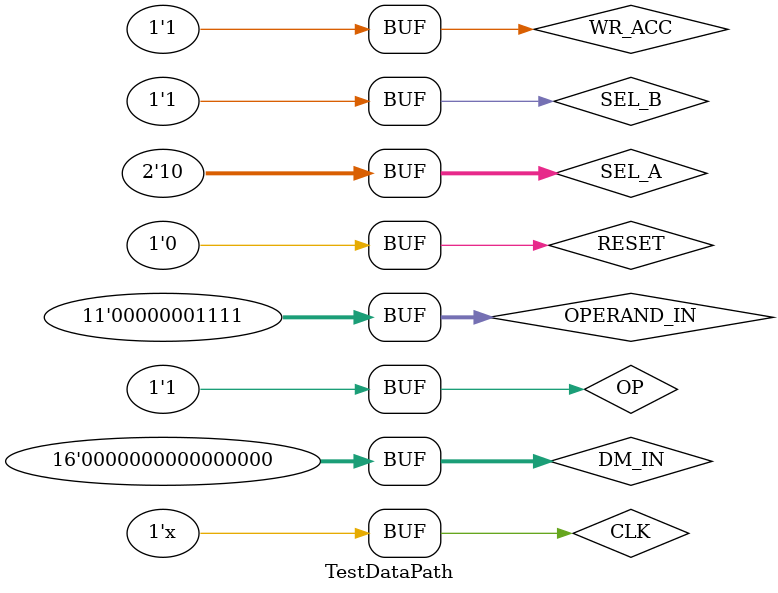
<source format=v>
`timescale 1ns / 1ps


module TestDataPath;

	// Inputs
	reg CLK;
	reg RESET;
	reg [10:0] OPERAND_IN;
	reg [15:0] DM_IN;
	reg [1:0] SEL_A;
	reg SEL_B;
	reg WR_ACC;
	reg OP;

	// Outputs
	wire [15:0] ACC;
	wire [10:0] OPERAND_OUT;

	// Instantiate the Unit Under Test (UUT)
	DataPath uut (
		.CLK(CLK), 
		.RESET(RESET), 
		.OPERAND_IN(OPERAND_IN), 
		.DM_IN(DM_IN), 
		.SEL_A(SEL_A), 
		.SEL_B(SEL_B), 
		.WR_ACC(WR_ACC), 
		.OP(OP), 
		.ACC(ACC), 
		.OPERAND_OUT(OPERAND_OUT)
	);

	initial begin
		// Initialize Inputs
		CLK = 0;
		RESET = 1;
		OPERAND_IN = 0;
		DM_IN = 0;
		SEL_A = 0;
		SEL_B = 0;
		WR_ACC = 0;
		OP = 0;

		// Wait 100 ns for global reset to finish
		#10;
		RESET = 0;
		
		OPERAND_IN = 0;
		DM_IN = 10;
		SEL_A = 2;
		SEL_B = 0;
		WR_ACC = 1;
		OP = 1;
		#100
		
		OPERAND_IN = 15;
		DM_IN = 0;
		SEL_A = 2;
		SEL_B = 1;
		WR_ACC = 1;
		OP = 1;
		#100;

		
		// Add stimulus here

	end
      
	
	always
	begin
	#1 CLK =~CLK;
	end
	
endmodule


</source>
